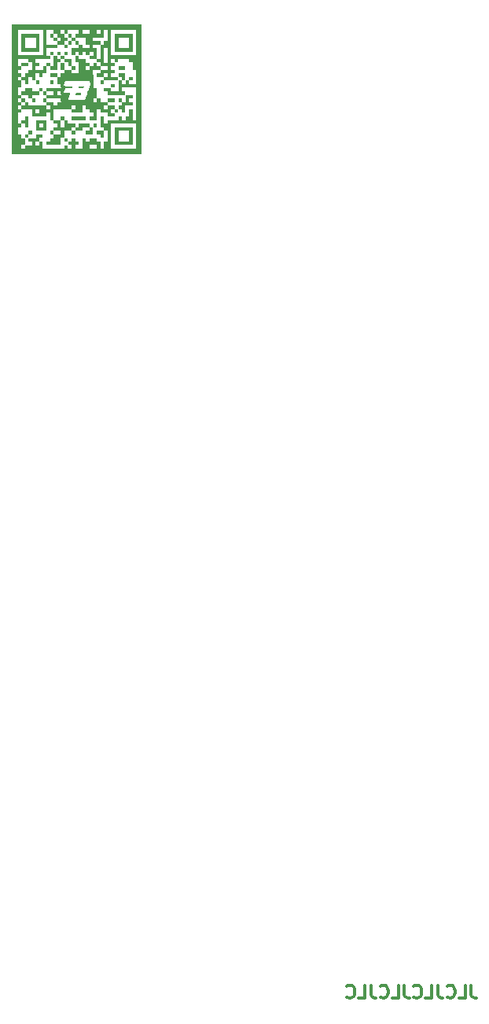
<source format=gbr>
%TF.GenerationSoftware,KiCad,Pcbnew,8.0.5*%
%TF.CreationDate,2025-01-06T13:55:56+00:00*%
%TF.ProjectId,Oric,4f726963-2e6b-4696-9361-645f70636258,rev?*%
%TF.SameCoordinates,Original*%
%TF.FileFunction,Legend,Bot*%
%TF.FilePolarity,Positive*%
%FSLAX46Y46*%
G04 Gerber Fmt 4.6, Leading zero omitted, Abs format (unit mm)*
G04 Created by KiCad (PCBNEW 8.0.5) date 2025-01-06 13:55:56*
%MOMM*%
%LPD*%
G01*
G04 APERTURE LIST*
%ADD10C,0.300000*%
%ADD11C,0.000000*%
G04 APERTURE END LIST*
D10*
X244669298Y-156988066D02*
X244669298Y-157988066D01*
X244669298Y-157988066D02*
X244735965Y-158188066D01*
X244735965Y-158188066D02*
X244869298Y-158321400D01*
X244869298Y-158321400D02*
X245069298Y-158388066D01*
X245069298Y-158388066D02*
X245202632Y-158388066D01*
X243335965Y-158388066D02*
X244002631Y-158388066D01*
X244002631Y-158388066D02*
X244002631Y-156988066D01*
X242069298Y-158254733D02*
X242135965Y-158321400D01*
X242135965Y-158321400D02*
X242335965Y-158388066D01*
X242335965Y-158388066D02*
X242469298Y-158388066D01*
X242469298Y-158388066D02*
X242669298Y-158321400D01*
X242669298Y-158321400D02*
X242802632Y-158188066D01*
X242802632Y-158188066D02*
X242869298Y-158054733D01*
X242869298Y-158054733D02*
X242935965Y-157788066D01*
X242935965Y-157788066D02*
X242935965Y-157588066D01*
X242935965Y-157588066D02*
X242869298Y-157321400D01*
X242869298Y-157321400D02*
X242802632Y-157188066D01*
X242802632Y-157188066D02*
X242669298Y-157054733D01*
X242669298Y-157054733D02*
X242469298Y-156988066D01*
X242469298Y-156988066D02*
X242335965Y-156988066D01*
X242335965Y-156988066D02*
X242135965Y-157054733D01*
X242135965Y-157054733D02*
X242069298Y-157121400D01*
X241069298Y-156988066D02*
X241069298Y-157988066D01*
X241069298Y-157988066D02*
X241135965Y-158188066D01*
X241135965Y-158188066D02*
X241269298Y-158321400D01*
X241269298Y-158321400D02*
X241469298Y-158388066D01*
X241469298Y-158388066D02*
X241602632Y-158388066D01*
X239735965Y-158388066D02*
X240402631Y-158388066D01*
X240402631Y-158388066D02*
X240402631Y-156988066D01*
X238469298Y-158254733D02*
X238535965Y-158321400D01*
X238535965Y-158321400D02*
X238735965Y-158388066D01*
X238735965Y-158388066D02*
X238869298Y-158388066D01*
X238869298Y-158388066D02*
X239069298Y-158321400D01*
X239069298Y-158321400D02*
X239202632Y-158188066D01*
X239202632Y-158188066D02*
X239269298Y-158054733D01*
X239269298Y-158054733D02*
X239335965Y-157788066D01*
X239335965Y-157788066D02*
X239335965Y-157588066D01*
X239335965Y-157588066D02*
X239269298Y-157321400D01*
X239269298Y-157321400D02*
X239202632Y-157188066D01*
X239202632Y-157188066D02*
X239069298Y-157054733D01*
X239069298Y-157054733D02*
X238869298Y-156988066D01*
X238869298Y-156988066D02*
X238735965Y-156988066D01*
X238735965Y-156988066D02*
X238535965Y-157054733D01*
X238535965Y-157054733D02*
X238469298Y-157121400D01*
X237469298Y-156988066D02*
X237469298Y-157988066D01*
X237469298Y-157988066D02*
X237535965Y-158188066D01*
X237535965Y-158188066D02*
X237669298Y-158321400D01*
X237669298Y-158321400D02*
X237869298Y-158388066D01*
X237869298Y-158388066D02*
X238002632Y-158388066D01*
X236135965Y-158388066D02*
X236802631Y-158388066D01*
X236802631Y-158388066D02*
X236802631Y-156988066D01*
X234869298Y-158254733D02*
X234935965Y-158321400D01*
X234935965Y-158321400D02*
X235135965Y-158388066D01*
X235135965Y-158388066D02*
X235269298Y-158388066D01*
X235269298Y-158388066D02*
X235469298Y-158321400D01*
X235469298Y-158321400D02*
X235602632Y-158188066D01*
X235602632Y-158188066D02*
X235669298Y-158054733D01*
X235669298Y-158054733D02*
X235735965Y-157788066D01*
X235735965Y-157788066D02*
X235735965Y-157588066D01*
X235735965Y-157588066D02*
X235669298Y-157321400D01*
X235669298Y-157321400D02*
X235602632Y-157188066D01*
X235602632Y-157188066D02*
X235469298Y-157054733D01*
X235469298Y-157054733D02*
X235269298Y-156988066D01*
X235269298Y-156988066D02*
X235135965Y-156988066D01*
X235135965Y-156988066D02*
X234935965Y-157054733D01*
X234935965Y-157054733D02*
X234869298Y-157121400D01*
X233869298Y-156988066D02*
X233869298Y-157988066D01*
X233869298Y-157988066D02*
X233935965Y-158188066D01*
X233935965Y-158188066D02*
X234069298Y-158321400D01*
X234069298Y-158321400D02*
X234269298Y-158388066D01*
X234269298Y-158388066D02*
X234402632Y-158388066D01*
X232535965Y-158388066D02*
X233202631Y-158388066D01*
X233202631Y-158388066D02*
X233202631Y-156988066D01*
X231269298Y-158254733D02*
X231335965Y-158321400D01*
X231335965Y-158321400D02*
X231535965Y-158388066D01*
X231535965Y-158388066D02*
X231669298Y-158388066D01*
X231669298Y-158388066D02*
X231869298Y-158321400D01*
X231869298Y-158321400D02*
X232002632Y-158188066D01*
X232002632Y-158188066D02*
X232069298Y-158054733D01*
X232069298Y-158054733D02*
X232135965Y-157788066D01*
X232135965Y-157788066D02*
X232135965Y-157588066D01*
X232135965Y-157588066D02*
X232069298Y-157321400D01*
X232069298Y-157321400D02*
X232002632Y-157188066D01*
X232002632Y-157188066D02*
X231869298Y-157054733D01*
X231869298Y-157054733D02*
X231669298Y-156988066D01*
X231669298Y-156988066D02*
X231535965Y-156988066D01*
X231535965Y-156988066D02*
X231335965Y-157054733D01*
X231335965Y-157054733D02*
X231269298Y-157121400D01*
D11*
%TO.C,G3*%
G36*
X209170234Y-60540000D02*
G01*
X209170234Y-63854335D01*
X209170234Y-64225898D01*
X209170234Y-67510509D01*
X202170000Y-67510509D01*
X195169766Y-67510509D01*
X195169766Y-60540000D01*
X195169766Y-57270251D01*
X195823716Y-57270251D01*
X195823716Y-57664107D01*
X195823716Y-58057963D01*
X196016928Y-58057963D01*
X196210141Y-58057963D01*
X196210141Y-58243744D01*
X196210141Y-58429526D01*
X196016928Y-58429526D01*
X195823716Y-58429526D01*
X195823716Y-58630169D01*
X195823716Y-58830813D01*
X196016928Y-58830813D01*
X196210141Y-58830813D01*
X196210141Y-59016594D01*
X196210141Y-59202375D01*
X196016928Y-59202375D01*
X195823716Y-59202375D01*
X195823716Y-59403019D01*
X195823716Y-59603663D01*
X196016928Y-59603663D01*
X196210141Y-59603663D01*
X196210141Y-59982656D01*
X196210141Y-60361650D01*
X196016928Y-60361650D01*
X195823716Y-60361650D01*
X195823716Y-60755506D01*
X195823716Y-61149362D01*
X196016928Y-61149362D01*
X196210141Y-61149362D01*
X196210141Y-61335143D01*
X196210141Y-61520924D01*
X196016928Y-61520924D01*
X195823716Y-61520924D01*
X195823716Y-61721568D01*
X195823716Y-61922211D01*
X196016928Y-61922211D01*
X196210141Y-61922211D01*
X196210141Y-62107993D01*
X196210141Y-62293774D01*
X196016928Y-62293774D01*
X195823716Y-62293774D01*
X195823716Y-62494417D01*
X195823716Y-62695061D01*
X196016928Y-62695061D01*
X196210141Y-62695061D01*
X196210141Y-62880842D01*
X196210141Y-63066623D01*
X196016928Y-63066623D01*
X195823716Y-63066623D01*
X195823716Y-63653692D01*
X195823716Y-64240760D01*
X196016928Y-64240760D01*
X196210141Y-64240760D01*
X196210141Y-64426541D01*
X196210141Y-64612323D01*
X196016928Y-64612323D01*
X195823716Y-64612323D01*
X195823716Y-65006179D01*
X195823716Y-65400035D01*
X196016928Y-65400035D01*
X196210141Y-65400035D01*
X196210141Y-65593247D01*
X196210141Y-65786459D01*
X196403353Y-65786459D01*
X196596566Y-65786459D01*
X196596566Y-66165453D01*
X196596566Y-66544447D01*
X196403353Y-66544447D01*
X196210141Y-66544447D01*
X196210141Y-66745090D01*
X196210141Y-66945734D01*
X196410785Y-66945734D01*
X196611428Y-66945734D01*
X196611428Y-66752522D01*
X196611428Y-66559309D01*
X196997853Y-66559309D01*
X197384278Y-66559309D01*
X197384278Y-66358665D01*
X197384278Y-66158022D01*
X197191065Y-66158022D01*
X196997853Y-66158022D01*
X196997853Y-65972241D01*
X196997853Y-65786459D01*
X197384278Y-65786459D01*
X197770703Y-65786459D01*
X197770703Y-65593247D01*
X197770703Y-65400035D01*
X198149696Y-65400035D01*
X198528690Y-65400035D01*
X198528690Y-65585816D01*
X198528690Y-65771597D01*
X198335477Y-65771597D01*
X198142265Y-65771597D01*
X198142265Y-65964809D01*
X198142265Y-66158022D01*
X197949053Y-66158022D01*
X197755840Y-66158022D01*
X197755840Y-66358665D01*
X197755840Y-66559309D01*
X197956484Y-66559309D01*
X198157127Y-66559309D01*
X198157127Y-66366097D01*
X198157127Y-66172884D01*
X198342909Y-66172884D01*
X198528690Y-66172884D01*
X198528690Y-66559309D01*
X198528690Y-66945734D01*
X199695395Y-66945734D01*
X200862101Y-66945734D01*
X200862101Y-66752522D01*
X200862101Y-66559309D01*
X201047882Y-66559309D01*
X201233663Y-66559309D01*
X201233663Y-66752522D01*
X201233663Y-66945734D01*
X201434307Y-66945734D01*
X201634951Y-66945734D01*
X201634951Y-66745090D01*
X201634951Y-66544447D01*
X201441738Y-66544447D01*
X201248526Y-66544447D01*
X201248526Y-66358665D01*
X201248526Y-66172884D01*
X201441738Y-66172884D01*
X201634951Y-66172884D01*
X201634951Y-65979672D01*
X201634951Y-65786459D01*
X201820732Y-65786459D01*
X202006513Y-65786459D01*
X202006513Y-65979672D01*
X202006513Y-66172884D01*
X202199725Y-66172884D01*
X202392938Y-66172884D01*
X202392938Y-66358665D01*
X202392938Y-66544447D01*
X202199725Y-66544447D01*
X202006513Y-66544447D01*
X202006513Y-66745090D01*
X202006513Y-66945734D01*
X202400369Y-66945734D01*
X202794225Y-66945734D01*
X202794225Y-66544447D01*
X203552212Y-66544447D01*
X203552212Y-66745090D01*
X203552212Y-66945734D01*
X203946068Y-66945734D01*
X204339924Y-66945734D01*
X204339924Y-66745090D01*
X204339924Y-66544447D01*
X203946068Y-66544447D01*
X203552212Y-66544447D01*
X202794225Y-66544447D01*
X202794225Y-66366097D01*
X202794225Y-65786459D01*
X202980006Y-65786459D01*
X203165787Y-65786459D01*
X203165787Y-65979672D01*
X203165787Y-66172884D01*
X203366431Y-66172884D01*
X203567075Y-66172884D01*
X203567075Y-65979672D01*
X203567075Y-65786459D01*
X203946068Y-65786459D01*
X204325062Y-65786459D01*
X204325062Y-65979672D01*
X204325062Y-66172884D01*
X204518274Y-66172884D01*
X204711487Y-66172884D01*
X204711487Y-66544447D01*
X204711487Y-66559309D01*
X204711487Y-66945734D01*
X204912130Y-66945734D01*
X205112774Y-66945734D01*
X205112774Y-66559309D01*
X205112774Y-66172884D01*
X205305986Y-66172884D01*
X205499199Y-66172884D01*
X205499199Y-65585816D01*
X205499199Y-64998747D01*
X205305986Y-64998747D01*
X205112774Y-64998747D01*
X205112774Y-64805535D01*
X205112774Y-64612323D01*
X204919562Y-64612323D01*
X204726349Y-64612323D01*
X204726349Y-64040117D01*
X204726349Y-63467911D01*
X204912130Y-63467911D01*
X205097912Y-63467911D01*
X205097912Y-63854335D01*
X205097912Y-64240760D01*
X205298555Y-64240760D01*
X205499199Y-64240760D01*
X205499199Y-64225898D01*
X205885624Y-64225898D01*
X205885624Y-65578385D01*
X205885624Y-66930871D01*
X207238110Y-66930871D01*
X208590597Y-66930871D01*
X208590597Y-65578385D01*
X208590597Y-64225898D01*
X207238110Y-64225898D01*
X205885624Y-64225898D01*
X205499199Y-64225898D01*
X205499199Y-64047548D01*
X205499199Y-63854335D01*
X206078836Y-63854335D01*
X206658473Y-63854335D01*
X206658473Y-63661123D01*
X206658473Y-63467911D01*
X206844254Y-63467911D01*
X207030036Y-63467911D01*
X207030036Y-63661123D01*
X207030036Y-63854335D01*
X207230679Y-63854335D01*
X207431323Y-63854335D01*
X207431323Y-63661123D01*
X207431323Y-63467911D01*
X207624535Y-63467911D01*
X207817748Y-63467911D01*
X207817748Y-63081486D01*
X207817748Y-62695061D01*
X208003529Y-62695061D01*
X208189310Y-62695061D01*
X208189310Y-63274698D01*
X208189310Y-63854335D01*
X208389954Y-63854335D01*
X208590597Y-63854335D01*
X208590597Y-62107993D01*
X208590597Y-60361650D01*
X207810316Y-60361650D01*
X207030036Y-60361650D01*
X207030036Y-60562293D01*
X207030036Y-60762937D01*
X207223248Y-60762937D01*
X207416460Y-60762937D01*
X207416460Y-60948718D01*
X207416460Y-61134499D01*
X206457830Y-61134499D01*
X205499199Y-61134499D01*
X205499199Y-60941287D01*
X205499199Y-60748074D01*
X205305986Y-60748074D01*
X205112774Y-60748074D01*
X205112774Y-60562293D01*
X205112774Y-60376512D01*
X205491768Y-60376512D01*
X205870761Y-60376512D01*
X205870761Y-60569725D01*
X205870761Y-60762937D01*
X206264617Y-60762937D01*
X206658473Y-60762937D01*
X206658473Y-60183300D01*
X206658473Y-59603663D01*
X206844254Y-59603663D01*
X207030036Y-59603663D01*
X207030036Y-59796875D01*
X207030036Y-59990087D01*
X207230679Y-59990087D01*
X207431323Y-59990087D01*
X207431323Y-59796875D01*
X207431323Y-59603663D01*
X207617104Y-59603663D01*
X207802885Y-59603663D01*
X207802885Y-59796875D01*
X207802885Y-59990087D01*
X208196741Y-59990087D01*
X208590597Y-59990087D01*
X208590597Y-59209806D01*
X208590597Y-58429526D01*
X208397385Y-58429526D01*
X208204172Y-58429526D01*
X208204172Y-58043101D01*
X208204172Y-57656676D01*
X208010960Y-57656676D01*
X207817748Y-57656676D01*
X207817748Y-57463464D01*
X207817748Y-57270251D01*
X207230679Y-57270251D01*
X206643611Y-57270251D01*
X206643611Y-57463464D01*
X206643611Y-57656676D01*
X206457830Y-57656676D01*
X206272048Y-57656676D01*
X206272048Y-57463464D01*
X206272048Y-57270251D01*
X206071405Y-57270251D01*
X205870761Y-57270251D01*
X205870761Y-57470895D01*
X205870761Y-57671538D01*
X206063974Y-57671538D01*
X206257186Y-57671538D01*
X206257186Y-57857320D01*
X206257186Y-58043101D01*
X206063974Y-58043101D01*
X205870761Y-58043101D01*
X205870761Y-58243744D01*
X205870761Y-58444388D01*
X206063974Y-58444388D01*
X206257186Y-58444388D01*
X206257186Y-58630169D01*
X206257186Y-58815950D01*
X206063974Y-58815950D01*
X205870761Y-58815950D01*
X205870761Y-59016594D01*
X205870761Y-59217238D01*
X206257186Y-59217238D01*
X206643611Y-59217238D01*
X206643611Y-59403019D01*
X206643611Y-59588800D01*
X205878192Y-59588800D01*
X205112774Y-59588800D01*
X205112774Y-59403019D01*
X205112774Y-59217238D01*
X205305986Y-59217238D01*
X205499199Y-59217238D01*
X205499199Y-59016594D01*
X205499199Y-58815950D01*
X205298555Y-58815950D01*
X205097912Y-58815950D01*
X205097912Y-59009163D01*
X205097912Y-59202375D01*
X204718918Y-59202375D01*
X204339924Y-59202375D01*
X204339924Y-59016594D01*
X204339924Y-58830813D01*
X204533137Y-58830813D01*
X204726349Y-58830813D01*
X204726349Y-58637601D01*
X204726349Y-58444388D01*
X205112774Y-58444388D01*
X205499199Y-58444388D01*
X205499199Y-58243744D01*
X205499199Y-58043101D01*
X205112774Y-58043101D01*
X204726349Y-58043101D01*
X204726349Y-57849888D01*
X204726349Y-57656676D01*
X204533137Y-57656676D01*
X204339924Y-57656676D01*
X204339924Y-57470895D01*
X204339924Y-57285114D01*
X204533137Y-57285114D01*
X204726349Y-57285114D01*
X204726349Y-56512264D01*
X204726349Y-56110977D01*
X205097912Y-56110977D01*
X205097912Y-56891258D01*
X205097912Y-57671538D01*
X205298555Y-57671538D01*
X205499199Y-57671538D01*
X205499199Y-56891258D01*
X205499199Y-56883826D01*
X205885624Y-56883826D01*
X207238110Y-56883826D01*
X208590597Y-56883826D01*
X208590597Y-55531340D01*
X208590597Y-54178853D01*
X207238110Y-54178853D01*
X205885624Y-54178853D01*
X205885624Y-55531340D01*
X205885624Y-56110977D01*
X205885624Y-56883826D01*
X205499199Y-56883826D01*
X205499199Y-56110977D01*
X205298555Y-56110977D01*
X205097912Y-56110977D01*
X204726349Y-56110977D01*
X204726349Y-55739414D01*
X204919562Y-55739414D01*
X205112774Y-55739414D01*
X205112774Y-55546202D01*
X205112774Y-55352990D01*
X205305986Y-55352990D01*
X205499199Y-55352990D01*
X205499199Y-54765921D01*
X205499199Y-54178853D01*
X205298555Y-54178853D01*
X205097912Y-54178853D01*
X205097912Y-54565278D01*
X205097912Y-54951702D01*
X204518274Y-54951702D01*
X203938637Y-54951702D01*
X203938637Y-55152346D01*
X203938637Y-55352990D01*
X204325062Y-55352990D01*
X204711487Y-55352990D01*
X204711487Y-55538771D01*
X204711487Y-55724552D01*
X204325062Y-55724552D01*
X203938637Y-55724552D01*
X203938637Y-55925196D01*
X203938637Y-56125839D01*
X204131849Y-56125839D01*
X204325062Y-56125839D01*
X204325062Y-56698045D01*
X204325062Y-57270251D01*
X203946068Y-57270251D01*
X203567075Y-57270251D01*
X203567075Y-57084470D01*
X203567075Y-56898689D01*
X203760287Y-56898689D01*
X203953500Y-56898689D01*
X203953500Y-56698045D01*
X203953500Y-56497402D01*
X203752856Y-56497402D01*
X203552212Y-56497402D01*
X203552212Y-56690614D01*
X203552212Y-56883826D01*
X203366431Y-56883826D01*
X203180650Y-56883826D01*
X203180650Y-56690614D01*
X203180650Y-56497402D01*
X202980006Y-56497402D01*
X202779363Y-56497402D01*
X202779363Y-56690614D01*
X202779363Y-56883826D01*
X202593581Y-56883826D01*
X202407800Y-56883826D01*
X202407800Y-56690614D01*
X202407800Y-56497402D01*
X202207157Y-56497402D01*
X202006513Y-56497402D01*
X202006513Y-56690614D01*
X202006513Y-56883826D01*
X201820732Y-56883826D01*
X201634951Y-56883826D01*
X201634951Y-56504833D01*
X201634951Y-56125839D01*
X202021376Y-56125839D01*
X202407800Y-56125839D01*
X202407800Y-55932627D01*
X202407800Y-55739414D01*
X202593581Y-55739414D01*
X202779363Y-55739414D01*
X202779363Y-55932627D01*
X202779363Y-56125839D01*
X203173219Y-56125839D01*
X203567075Y-56125839D01*
X203567075Y-55925196D01*
X203567075Y-55724552D01*
X203373862Y-55724552D01*
X203180650Y-55724552D01*
X203180650Y-55338127D01*
X203180650Y-54951702D01*
X202601013Y-54951702D01*
X202021376Y-54951702D01*
X202021376Y-54765921D01*
X202021376Y-54580140D01*
X202214588Y-54580140D01*
X202407800Y-54580140D01*
X202407800Y-54379496D01*
X202779363Y-54379496D01*
X202779363Y-54580140D01*
X203173219Y-54580140D01*
X203567075Y-54580140D01*
X203567075Y-54379496D01*
X204325062Y-54379496D01*
X204325062Y-54580140D01*
X204525706Y-54580140D01*
X204726349Y-54580140D01*
X204726349Y-54379496D01*
X204726349Y-54178853D01*
X204525706Y-54178853D01*
X204325062Y-54178853D01*
X204325062Y-54379496D01*
X203567075Y-54379496D01*
X203567075Y-54178853D01*
X203173219Y-54178853D01*
X202779363Y-54178853D01*
X202779363Y-54379496D01*
X202407800Y-54379496D01*
X202407800Y-54178853D01*
X201820732Y-54178853D01*
X201233663Y-54178853D01*
X201233663Y-54372065D01*
X201233663Y-54565278D01*
X201047882Y-54565278D01*
X200862101Y-54565278D01*
X200862101Y-54372065D01*
X200862101Y-54178853D01*
X200661457Y-54178853D01*
X200460814Y-54178853D01*
X200460814Y-54379496D01*
X200460814Y-54580140D01*
X200654026Y-54580140D01*
X200847239Y-54580140D01*
X200847239Y-54773352D01*
X200847239Y-54966565D01*
X201040451Y-54966565D01*
X201233663Y-54966565D01*
X201233663Y-55152346D01*
X201233663Y-55338127D01*
X201040451Y-55338127D01*
X200847239Y-55338127D01*
X200847239Y-55531340D01*
X200847239Y-55724552D01*
X200468245Y-55724552D01*
X200089251Y-55724552D01*
X200089251Y-55538771D01*
X200089251Y-55352990D01*
X200282464Y-55352990D01*
X200475676Y-55352990D01*
X200475676Y-55152346D01*
X200475676Y-54951702D01*
X200282464Y-54951702D01*
X200089251Y-54951702D01*
X200089251Y-54758490D01*
X200089251Y-54565278D01*
X199896039Y-54565278D01*
X199702827Y-54565278D01*
X199702827Y-54372065D01*
X199702827Y-54178853D01*
X199308971Y-54178853D01*
X198915115Y-54178853D01*
X198915115Y-54959134D01*
X198915115Y-55739414D01*
X199494752Y-55739414D01*
X200074389Y-55739414D01*
X200074389Y-55925196D01*
X200074389Y-56110977D01*
X199494752Y-56110977D01*
X198915115Y-56110977D01*
X198915115Y-56504833D01*
X198915115Y-56898689D01*
X199108327Y-56898689D01*
X199301539Y-56898689D01*
X199301539Y-57084470D01*
X199301539Y-57270251D01*
X198528690Y-57270251D01*
X197755840Y-57270251D01*
X197755840Y-57470895D01*
X197755840Y-57671538D01*
X197949053Y-57671538D01*
X198142265Y-57671538D01*
X198142265Y-57857320D01*
X198142265Y-58043101D01*
X197949053Y-58043101D01*
X197755840Y-58043101D01*
X197755840Y-58243744D01*
X197755840Y-58444388D01*
X198149696Y-58444388D01*
X198543552Y-58444388D01*
X198543552Y-58251176D01*
X198543552Y-58057963D01*
X198729333Y-58057963D01*
X198915115Y-58057963D01*
X198915115Y-58436957D01*
X198915115Y-58815950D01*
X198721902Y-58815950D01*
X198528690Y-58815950D01*
X198528690Y-59009163D01*
X198528690Y-59202375D01*
X198342909Y-59202375D01*
X198157127Y-59202375D01*
X198157127Y-59009163D01*
X198157127Y-58815950D01*
X197956484Y-58815950D01*
X197755840Y-58815950D01*
X197755840Y-59202375D01*
X197755840Y-59588800D01*
X197570059Y-59588800D01*
X197384278Y-59588800D01*
X197384278Y-59395588D01*
X197384278Y-59202375D01*
X197183634Y-59202375D01*
X196982990Y-59202375D01*
X196982990Y-59588800D01*
X196982990Y-59975225D01*
X196797209Y-59975225D01*
X196611428Y-59975225D01*
X196611428Y-59782012D01*
X196611428Y-59588800D01*
X196418216Y-59588800D01*
X196225003Y-59588800D01*
X196225003Y-59403019D01*
X196225003Y-59217238D01*
X196418216Y-59217238D01*
X196611428Y-59217238D01*
X196611428Y-59024025D01*
X196611428Y-58830813D01*
X196804641Y-58830813D01*
X196997853Y-58830813D01*
X196997853Y-58637601D01*
X196997853Y-58444388D01*
X197191065Y-58444388D01*
X197384278Y-58444388D01*
X197384278Y-58050532D01*
X197384278Y-57656676D01*
X197191065Y-57656676D01*
X196997853Y-57656676D01*
X196997853Y-57463464D01*
X196997853Y-57270251D01*
X196410785Y-57270251D01*
X195823716Y-57270251D01*
X195169766Y-57270251D01*
X195169766Y-55531340D01*
X195838579Y-55531340D01*
X195838579Y-56883826D01*
X197191065Y-56883826D01*
X198543552Y-56883826D01*
X198543552Y-55531340D01*
X198543552Y-54178853D01*
X197191065Y-54178853D01*
X195838579Y-54178853D01*
X195838579Y-55531340D01*
X195169766Y-55531340D01*
X195169766Y-53569491D01*
X202170000Y-53569491D01*
X209170234Y-53569491D01*
X209170234Y-54178853D01*
X209170234Y-60540000D01*
G37*
G36*
X200460814Y-64240760D02*
G01*
X200460814Y-64627185D01*
X200661457Y-64627185D01*
X200862101Y-64627185D01*
X200862101Y-64240760D01*
X200862101Y-63854335D01*
X201047882Y-63854335D01*
X201233663Y-63854335D01*
X201233663Y-64047548D01*
X201233663Y-64240760D01*
X201620088Y-64240760D01*
X202006513Y-64240760D01*
X202006513Y-64426541D01*
X202006513Y-64612323D01*
X201813301Y-64612323D01*
X201620088Y-64612323D01*
X201620088Y-64805535D01*
X201620088Y-64998747D01*
X201233663Y-64998747D01*
X200847239Y-64998747D01*
X200847239Y-65385172D01*
X200847239Y-65771597D01*
X200654026Y-65771597D01*
X200460814Y-65771597D01*
X200460814Y-66158022D01*
X200460814Y-66544447D01*
X199695395Y-66544447D01*
X198929977Y-66544447D01*
X198929977Y-66358665D01*
X198929977Y-66172884D01*
X199123189Y-66172884D01*
X199316402Y-66172884D01*
X199316402Y-65979672D01*
X199316402Y-65786459D01*
X199509614Y-65786459D01*
X199702827Y-65786459D01*
X199702827Y-65593247D01*
X199702827Y-65400035D01*
X200089251Y-65400035D01*
X200475676Y-65400035D01*
X200475676Y-65199391D01*
X200475676Y-64998747D01*
X200089251Y-64998747D01*
X199702827Y-64998747D01*
X199702827Y-64812966D01*
X199702827Y-64627185D01*
X199896039Y-64627185D01*
X200089251Y-64627185D01*
X200089251Y-64426541D01*
X200089251Y-64225898D01*
X199896039Y-64225898D01*
X199702827Y-64225898D01*
X199702827Y-64040117D01*
X199702827Y-63854335D01*
X200081820Y-63854335D01*
X200460814Y-63854335D01*
X200460814Y-64240760D01*
G37*
G36*
X201233663Y-65972241D02*
G01*
X201233663Y-66158022D01*
X201047882Y-66158022D01*
X200862101Y-66158022D01*
X200862101Y-65972241D01*
X200862101Y-65786459D01*
X201047882Y-65786459D01*
X201233663Y-65786459D01*
X201233663Y-65972241D01*
G37*
G36*
X205097912Y-65392603D02*
G01*
X205097912Y-65771597D01*
X204912130Y-65771597D01*
X204726349Y-65771597D01*
X204726349Y-65578385D01*
X204726349Y-65385172D01*
X204533137Y-65385172D01*
X204339924Y-65385172D01*
X204339924Y-65199391D01*
X204339924Y-65013610D01*
X204718918Y-65013610D01*
X205097912Y-65013610D01*
X205097912Y-65392603D01*
G37*
G36*
X196982990Y-65585816D02*
G01*
X196982990Y-65771597D01*
X196797209Y-65771597D01*
X196611428Y-65771597D01*
X196611428Y-65585816D01*
X196611428Y-65400035D01*
X196797209Y-65400035D01*
X196982990Y-65400035D01*
X196982990Y-65585816D01*
G37*
G36*
X203938637Y-65006179D02*
G01*
X203938637Y-65385172D01*
X203559644Y-65385172D01*
X203180650Y-65385172D01*
X203180650Y-65199391D01*
X203180650Y-65013610D01*
X203373862Y-65013610D01*
X203567075Y-65013610D01*
X203567075Y-64820397D01*
X203567075Y-64627185D01*
X203752856Y-64627185D01*
X203938637Y-64627185D01*
X203938637Y-65006179D01*
G37*
G36*
X202006513Y-65199391D02*
G01*
X202006513Y-65385172D01*
X201820732Y-65385172D01*
X201634951Y-65385172D01*
X201634951Y-65199391D01*
X201634951Y-65013610D01*
X201820732Y-65013610D01*
X202006513Y-65013610D01*
X202006513Y-65199391D01*
G37*
G36*
X199687964Y-65199391D02*
G01*
X199687964Y-65385172D01*
X199502183Y-65385172D01*
X199316402Y-65385172D01*
X199316402Y-65199391D01*
X199316402Y-65013610D01*
X199502183Y-65013610D01*
X199687964Y-65013610D01*
X199687964Y-65199391D01*
G37*
G36*
X197369415Y-65199391D02*
G01*
X197369415Y-65385172D01*
X197183634Y-65385172D01*
X196997853Y-65385172D01*
X196997853Y-65199391D01*
X196997853Y-65013610D01*
X197183634Y-65013610D01*
X197369415Y-65013610D01*
X197369415Y-65199391D01*
G37*
G36*
X203552212Y-64426541D02*
G01*
X203552212Y-64612323D01*
X203165787Y-64612323D01*
X202779363Y-64612323D01*
X202779363Y-64805535D01*
X202779363Y-64998747D01*
X202400369Y-64998747D01*
X202021376Y-64998747D01*
X202021376Y-64812966D01*
X202021376Y-64627185D01*
X202214588Y-64627185D01*
X202407800Y-64627185D01*
X202407800Y-64433973D01*
X202407800Y-64240760D01*
X202980006Y-64240760D01*
X203552212Y-64240760D01*
X203552212Y-64426541D01*
G37*
G36*
X198915115Y-64426541D02*
G01*
X198915115Y-64998747D01*
X198342909Y-64998747D01*
X197770703Y-64998747D01*
X197770703Y-64426541D01*
X197770703Y-64225898D01*
X198142265Y-64225898D01*
X198142265Y-64426541D01*
X198142265Y-64627185D01*
X198342909Y-64627185D01*
X198543552Y-64627185D01*
X198543552Y-64426541D01*
X198543552Y-64225898D01*
X198342909Y-64225898D01*
X198142265Y-64225898D01*
X197770703Y-64225898D01*
X197770703Y-63854335D01*
X198342909Y-63854335D01*
X198915115Y-63854335D01*
X198915115Y-64225898D01*
X198915115Y-64426541D01*
G37*
G36*
X204325062Y-64426541D02*
G01*
X204325062Y-64612323D01*
X204139281Y-64612323D01*
X203953500Y-64612323D01*
X203953500Y-64426541D01*
X203953500Y-64240760D01*
X204139281Y-64240760D01*
X204325062Y-64240760D01*
X204325062Y-64426541D01*
G37*
G36*
X196982990Y-64040117D02*
G01*
X196982990Y-64612323D01*
X196797209Y-64612323D01*
X196611428Y-64612323D01*
X196611428Y-64419110D01*
X196611428Y-64225898D01*
X196418216Y-64225898D01*
X196225003Y-64225898D01*
X196225003Y-64040117D01*
X196225003Y-63854335D01*
X196418216Y-63854335D01*
X196611428Y-63854335D01*
X196611428Y-63661123D01*
X196611428Y-63467911D01*
X196797209Y-63467911D01*
X196982990Y-63467911D01*
X196982990Y-64040117D01*
G37*
G36*
X203953500Y-60376512D02*
G01*
X204139281Y-60376512D01*
X204325062Y-60376512D01*
X204325062Y-60948718D01*
X204325062Y-61520924D01*
X204139281Y-61520924D01*
X203953500Y-61520924D01*
X203953500Y-61721568D01*
X203953500Y-61922211D01*
X204146712Y-61922211D01*
X204339924Y-61922211D01*
X204339924Y-61728999D01*
X204339924Y-61535787D01*
X204525706Y-61535787D01*
X204711487Y-61535787D01*
X204711487Y-61728999D01*
X204711487Y-61922211D01*
X205097912Y-61922211D01*
X205484336Y-61922211D01*
X205484336Y-62107993D01*
X205484336Y-62293774D01*
X205291124Y-62293774D01*
X205097912Y-62293774D01*
X205097912Y-62494417D01*
X205097912Y-62695061D01*
X205298555Y-62695061D01*
X205499199Y-62695061D01*
X205499199Y-62501849D01*
X205499199Y-62308636D01*
X205878192Y-62308636D01*
X206257186Y-62308636D01*
X206257186Y-62494417D01*
X206257186Y-62680199D01*
X206063974Y-62680199D01*
X205870761Y-62680199D01*
X205870761Y-62880842D01*
X205870761Y-63081486D01*
X206063974Y-63081486D01*
X206257186Y-63081486D01*
X206257186Y-63267267D01*
X206257186Y-63453048D01*
X205878192Y-63453048D01*
X205499199Y-63453048D01*
X205499199Y-63259836D01*
X205499199Y-63066623D01*
X205112774Y-63066623D01*
X204726349Y-63066623D01*
X204726349Y-62873411D01*
X204726349Y-62680199D01*
X204525706Y-62680199D01*
X204325062Y-62680199D01*
X204325062Y-63259836D01*
X204325062Y-63839473D01*
X203946068Y-63839473D01*
X203567075Y-63839473D01*
X203567075Y-63653692D01*
X203567075Y-63467911D01*
X203760287Y-63467911D01*
X203953500Y-63467911D01*
X203953500Y-63267267D01*
X203953500Y-63066623D01*
X203760287Y-63066623D01*
X203567075Y-63066623D01*
X203567075Y-62873411D01*
X203567075Y-62680199D01*
X203374306Y-62680199D01*
X203181538Y-62680199D01*
X203177378Y-62490702D01*
X203173219Y-62301205D01*
X202976291Y-62297058D01*
X202779363Y-62292911D01*
X202779363Y-62679767D01*
X202779363Y-63066623D01*
X202207157Y-63066623D01*
X201634951Y-63066623D01*
X201634951Y-62880842D01*
X201634951Y-62695061D01*
X201828594Y-62695061D01*
X202022238Y-62695061D01*
X202018091Y-62498133D01*
X202013944Y-62301205D01*
X201817016Y-62297058D01*
X201620088Y-62292911D01*
X201620088Y-62486555D01*
X201620088Y-62680199D01*
X200654026Y-62680199D01*
X199687964Y-62680199D01*
X199687964Y-63259836D01*
X199687964Y-63839473D01*
X199502183Y-63839473D01*
X199316402Y-63839473D01*
X199316402Y-63453048D01*
X199316402Y-63066623D01*
X199115758Y-63066623D01*
X198915115Y-63066623D01*
X198915115Y-63259836D01*
X198915115Y-63453048D01*
X198149696Y-63453048D01*
X197384278Y-63453048D01*
X197384278Y-63066623D01*
X197384278Y-62680199D01*
X197755840Y-62680199D01*
X197755840Y-62880842D01*
X197755840Y-63081486D01*
X197956484Y-63081486D01*
X198157127Y-63081486D01*
X198157127Y-62880842D01*
X198157127Y-62680199D01*
X197956484Y-62680199D01*
X197755840Y-62680199D01*
X197384278Y-62680199D01*
X196804641Y-62680199D01*
X196225003Y-62680199D01*
X196225003Y-62494417D01*
X196225003Y-62308636D01*
X196418216Y-62308636D01*
X196611428Y-62308636D01*
X196611428Y-62115424D01*
X196611428Y-61922211D01*
X196797209Y-61922211D01*
X196982990Y-61922211D01*
X196982990Y-62115424D01*
X196982990Y-62308636D01*
X197949053Y-62308636D01*
X198915115Y-62308636D01*
X198915115Y-62501849D01*
X198915115Y-62680199D01*
X198915115Y-62695061D01*
X199115758Y-62695061D01*
X199316402Y-62695061D01*
X199316402Y-62494417D01*
X199316402Y-62293774D01*
X199123189Y-62293774D01*
X198929977Y-62293774D01*
X198929977Y-62107993D01*
X198929977Y-61922211D01*
X199308971Y-61922211D01*
X199687964Y-61922211D01*
X199687964Y-62115424D01*
X199687964Y-62308636D01*
X199888608Y-62308636D01*
X200089251Y-62308636D01*
X200089251Y-62115424D01*
X200089251Y-61922211D01*
X200282895Y-61922211D01*
X200476539Y-61922211D01*
X200472392Y-61725283D01*
X200468245Y-61528355D01*
X199699111Y-61524506D01*
X198929977Y-61520657D01*
X198929977Y-61335009D01*
X198929977Y-61149362D01*
X199316402Y-61149362D01*
X199702827Y-61149362D01*
X199702827Y-60948718D01*
X199702827Y-60748074D01*
X199316402Y-60748074D01*
X198929977Y-60748074D01*
X198929977Y-60747212D01*
X200074389Y-60747212D01*
X200074389Y-60948287D01*
X200074389Y-61149362D01*
X200275464Y-61149362D01*
X200476539Y-61149362D01*
X200472392Y-60952434D01*
X200470763Y-60875100D01*
X200767818Y-60875100D01*
X200768924Y-60877778D01*
X200780175Y-60893368D01*
X200800612Y-60905332D01*
X200833657Y-60914118D01*
X200882729Y-60920173D01*
X200951250Y-60923944D01*
X201042639Y-60925879D01*
X201160318Y-60926424D01*
X201190517Y-60926442D01*
X201280056Y-60926712D01*
X201357258Y-60927269D01*
X201417777Y-60928061D01*
X201457265Y-60929035D01*
X201471376Y-60930140D01*
X201469489Y-60936464D01*
X201459662Y-60967012D01*
X201442584Y-61019299D01*
X201419550Y-61089381D01*
X201399757Y-61149362D01*
X201391852Y-61173317D01*
X201360785Y-61267164D01*
X201325870Y-61373603D01*
X201297490Y-61463969D01*
X201278092Y-61532557D01*
X201267159Y-61582593D01*
X201264179Y-61617303D01*
X201268636Y-61639909D01*
X201280015Y-61653638D01*
X201297801Y-61661714D01*
X201308616Y-61663080D01*
X201347575Y-61665053D01*
X201410686Y-61666879D01*
X201494584Y-61668547D01*
X201595905Y-61670044D01*
X201711281Y-61671355D01*
X201837349Y-61672470D01*
X201970741Y-61673375D01*
X202108092Y-61674056D01*
X202246038Y-61674503D01*
X202381211Y-61674700D01*
X202510247Y-61674637D01*
X202629780Y-61674300D01*
X202736445Y-61673676D01*
X202826875Y-61672752D01*
X202897705Y-61671517D01*
X202945569Y-61669956D01*
X202967103Y-61668057D01*
X202972522Y-61666434D01*
X203008755Y-61650662D01*
X203041590Y-61625407D01*
X203072948Y-61587485D01*
X203104748Y-61533709D01*
X203138913Y-61460897D01*
X203177364Y-61365861D01*
X203222020Y-61245419D01*
X203248893Y-61170035D01*
X203284338Y-61065640D01*
X203309190Y-60983009D01*
X203323978Y-60918616D01*
X203329233Y-60868931D01*
X203325487Y-60830426D01*
X203313269Y-60799573D01*
X203293111Y-60772844D01*
X203256948Y-60733823D01*
X203312397Y-60718892D01*
X203315696Y-60717952D01*
X203364544Y-60695180D01*
X203405910Y-60662852D01*
X203422294Y-60636832D01*
X203446043Y-60586306D01*
X203474693Y-60517073D01*
X203506499Y-60434184D01*
X203539716Y-60342692D01*
X203572597Y-60247650D01*
X203603396Y-60154110D01*
X203630369Y-60067124D01*
X203651769Y-59991745D01*
X203665850Y-59933025D01*
X203670868Y-59896017D01*
X203669643Y-59874895D01*
X203649182Y-59801043D01*
X203608066Y-59734673D01*
X203552204Y-59686234D01*
X203545184Y-59682251D01*
X203534807Y-59677350D01*
X203521845Y-59673078D01*
X203504360Y-59669385D01*
X203480412Y-59666219D01*
X203448064Y-59663530D01*
X203405377Y-59661267D01*
X203350411Y-59659378D01*
X203281229Y-59657813D01*
X203195893Y-59656521D01*
X203092462Y-59655451D01*
X202969000Y-59654551D01*
X202823567Y-59653772D01*
X202654225Y-59653062D01*
X202459035Y-59652369D01*
X202236059Y-59651644D01*
X200971924Y-59647607D01*
X200939862Y-59681735D01*
X200936462Y-59686005D01*
X200918784Y-59717803D01*
X200895259Y-59769459D01*
X200868416Y-59834296D01*
X200840783Y-59905638D01*
X200814889Y-59976809D01*
X200793262Y-60041130D01*
X200778432Y-60091925D01*
X200772926Y-60122517D01*
X200778755Y-60144113D01*
X200800103Y-60173562D01*
X200800712Y-60174102D01*
X200812260Y-60181180D01*
X200831048Y-60186981D01*
X200860290Y-60191737D01*
X200903197Y-60195682D01*
X200962980Y-60199046D01*
X201042850Y-60202064D01*
X201146021Y-60204967D01*
X201275702Y-60207987D01*
X201319537Y-60208994D01*
X201428071Y-60211900D01*
X201524993Y-60215080D01*
X201606681Y-60218377D01*
X201669513Y-60221633D01*
X201709869Y-60224692D01*
X201724126Y-60227398D01*
X201720191Y-60243699D01*
X201708978Y-60280470D01*
X201693036Y-60329039D01*
X201661947Y-60421100D01*
X201317758Y-60421572D01*
X201241704Y-60421715D01*
X201143830Y-60422401D01*
X201069437Y-60424321D01*
X201014705Y-60428235D01*
X200975817Y-60434903D01*
X200948951Y-60445088D01*
X200930290Y-60459549D01*
X200916014Y-60479048D01*
X200902304Y-60504347D01*
X200877963Y-60555282D01*
X200850814Y-60618767D01*
X200824127Y-60686601D01*
X200800193Y-60752467D01*
X200781303Y-60810050D01*
X200769747Y-60853033D01*
X200767818Y-60875100D01*
X200470763Y-60875100D01*
X200468245Y-60755506D01*
X200271317Y-60751359D01*
X200074389Y-60747212D01*
X198929977Y-60747212D01*
X198929977Y-60562293D01*
X198929977Y-60376512D01*
X199703258Y-60376512D01*
X200476539Y-60376512D01*
X200472392Y-60179584D01*
X200468245Y-59982656D01*
X200278748Y-59978496D01*
X200089251Y-59974337D01*
X200089251Y-59595787D01*
X200089251Y-59217238D01*
X200282464Y-59217238D01*
X200475676Y-59217238D01*
X200475676Y-59016594D01*
X200475676Y-58815950D01*
X200668889Y-58815950D01*
X200862101Y-58815950D01*
X200862101Y-58630169D01*
X200862101Y-58444388D01*
X201241095Y-58444388D01*
X201620088Y-58444388D01*
X201620088Y-58630169D01*
X201620088Y-58815950D01*
X202013944Y-58815950D01*
X202407800Y-58815950D01*
X202407800Y-58236313D01*
X202407800Y-57656676D01*
X202214588Y-57656676D01*
X202021376Y-57656676D01*
X202021376Y-57277682D01*
X202021376Y-56898689D01*
X202207157Y-56898689D01*
X202392938Y-56898689D01*
X202392938Y-57091901D01*
X202392938Y-57285114D01*
X202779363Y-57285114D01*
X203165787Y-57285114D01*
X203165787Y-57478326D01*
X203165787Y-57671538D01*
X203359000Y-57671538D01*
X203552212Y-57671538D01*
X203552212Y-57857320D01*
X203552212Y-58043101D01*
X203359000Y-58043101D01*
X203165787Y-58043101D01*
X203165787Y-58243744D01*
X203165787Y-58444388D01*
X203366431Y-58444388D01*
X203567075Y-58444388D01*
X203567075Y-58251176D01*
X203567075Y-58057963D01*
X203760287Y-58057963D01*
X203953500Y-58057963D01*
X203953500Y-57864751D01*
X203953500Y-57671538D01*
X204139281Y-57671538D01*
X204325062Y-57671538D01*
X204325062Y-57864751D01*
X204325062Y-58057963D01*
X204518274Y-58057963D01*
X204711487Y-58057963D01*
X204711487Y-58243744D01*
X204711487Y-58429526D01*
X204322707Y-58429526D01*
X203933927Y-58429526D01*
X203943713Y-58721734D01*
X203944741Y-58756180D01*
X203946770Y-58847259D01*
X203948622Y-58960828D01*
X203950247Y-59092008D01*
X203951596Y-59235919D01*
X203952621Y-59387679D01*
X203953272Y-59542408D01*
X203953500Y-59695228D01*
X203953500Y-59896017D01*
X203953500Y-60376512D01*
G37*
G36*
X203165787Y-63653692D02*
G01*
X203165787Y-63839473D01*
X202400369Y-63839473D01*
X201634951Y-63839473D01*
X201634951Y-63653692D01*
X201634951Y-63467911D01*
X202400369Y-63467911D01*
X203165787Y-63467911D01*
X203165787Y-63653692D01*
G37*
G36*
X200847239Y-63653692D02*
G01*
X200847239Y-63839473D01*
X200661457Y-63839473D01*
X200475676Y-63839473D01*
X200475676Y-63653692D01*
X200475676Y-63467911D01*
X200661457Y-63467911D01*
X200847239Y-63467911D01*
X200847239Y-63653692D01*
G37*
G36*
X208189310Y-61335143D02*
G01*
X208189310Y-61520924D01*
X207996098Y-61520924D01*
X207802885Y-61520924D01*
X207802885Y-61721568D01*
X207802885Y-61922211D01*
X207996098Y-61922211D01*
X208189310Y-61922211D01*
X208189310Y-62107993D01*
X208189310Y-62293774D01*
X207802885Y-62293774D01*
X207416460Y-62293774D01*
X207416460Y-62680199D01*
X207416460Y-63066623D01*
X207230679Y-63066623D01*
X207044898Y-63066623D01*
X207044898Y-62873411D01*
X207044898Y-62680199D01*
X206851686Y-62680199D01*
X206658473Y-62680199D01*
X206658473Y-62494417D01*
X206658473Y-62308636D01*
X206851686Y-62308636D01*
X207044898Y-62308636D01*
X207044898Y-62115424D01*
X207044898Y-61922211D01*
X207238110Y-61922211D01*
X207431323Y-61922211D01*
X207431323Y-61535787D01*
X207431323Y-61149362D01*
X207810316Y-61149362D01*
X208189310Y-61149362D01*
X208189310Y-61335143D01*
G37*
G36*
X206643611Y-62880842D02*
G01*
X206643611Y-63066623D01*
X206457830Y-63066623D01*
X206272048Y-63066623D01*
X206272048Y-62880842D01*
X206272048Y-62695061D01*
X206457830Y-62695061D01*
X206643611Y-62695061D01*
X206643611Y-62880842D01*
G37*
G36*
X207030036Y-61721568D02*
G01*
X207030036Y-61907349D01*
X206844254Y-61907349D01*
X206658473Y-61907349D01*
X206658473Y-61721568D01*
X206658473Y-61535787D01*
X206844254Y-61535787D01*
X207030036Y-61535787D01*
X207030036Y-61721568D01*
G37*
G36*
X206257186Y-61721568D02*
G01*
X206257186Y-61907349D01*
X205878192Y-61907349D01*
X205499199Y-61907349D01*
X205499199Y-61721568D01*
X205499199Y-61535787D01*
X205878192Y-61535787D01*
X206257186Y-61535787D01*
X206257186Y-61721568D01*
G37*
G36*
X198915115Y-61721568D02*
G01*
X198915115Y-61907349D01*
X198729333Y-61907349D01*
X198543552Y-61907349D01*
X198543552Y-61721568D01*
X198543552Y-61535787D01*
X198729333Y-61535787D01*
X198915115Y-61535787D01*
X198915115Y-61721568D01*
G37*
G36*
X197755840Y-61721568D02*
G01*
X197755840Y-61907349D01*
X197570059Y-61907349D01*
X197384278Y-61907349D01*
X197384278Y-61721568D01*
X197384278Y-61535787D01*
X197570059Y-61535787D01*
X197755840Y-61535787D01*
X197755840Y-61721568D01*
G37*
G36*
X196596566Y-61721568D02*
G01*
X196596566Y-61907349D01*
X196410785Y-61907349D01*
X196225003Y-61907349D01*
X196225003Y-61721568D01*
X196225003Y-61535787D01*
X196410785Y-61535787D01*
X196596566Y-61535787D01*
X196596566Y-61721568D01*
G37*
G36*
X197369415Y-60569725D02*
G01*
X197369415Y-60762937D01*
X197755840Y-60762937D01*
X198142265Y-60762937D01*
X198142265Y-60948718D01*
X198142265Y-61134499D01*
X197755840Y-61134499D01*
X197369415Y-61134499D01*
X197369415Y-61327712D01*
X197369415Y-61520924D01*
X197183634Y-61520924D01*
X196997853Y-61520924D01*
X196997853Y-61327712D01*
X196997853Y-61134499D01*
X196611428Y-61134499D01*
X196225003Y-61134499D01*
X196225003Y-60948718D01*
X196225003Y-60762937D01*
X196418216Y-60762937D01*
X196611428Y-60762937D01*
X196611428Y-60569725D01*
X196611428Y-60376512D01*
X196990422Y-60376512D01*
X197369415Y-60376512D01*
X197369415Y-60569725D01*
G37*
G36*
X198915115Y-60948718D02*
G01*
X198915115Y-61134499D01*
X198729333Y-61134499D01*
X198543552Y-61134499D01*
X198543552Y-60948718D01*
X198543552Y-60762937D01*
X198729333Y-60762937D01*
X198915115Y-60762937D01*
X198915115Y-60948718D01*
G37*
G36*
X198528690Y-60562293D02*
G01*
X198528690Y-60748074D01*
X198342909Y-60748074D01*
X198157127Y-60748074D01*
X198157127Y-60562293D01*
X198157127Y-60376512D01*
X198342909Y-60376512D01*
X198528690Y-60376512D01*
X198528690Y-60562293D01*
G37*
G36*
X206257186Y-60175868D02*
G01*
X206257186Y-60361650D01*
X206071405Y-60361650D01*
X205885624Y-60361650D01*
X205885624Y-60175868D01*
X205885624Y-59990087D01*
X206071405Y-59990087D01*
X206257186Y-59990087D01*
X206257186Y-60175868D01*
G37*
G36*
X205097912Y-59789444D02*
G01*
X205097912Y-59975225D01*
X204912130Y-59975225D01*
X204726349Y-59975225D01*
X204726349Y-59789444D01*
X204726349Y-59603663D01*
X204912130Y-59603663D01*
X205097912Y-59603663D01*
X205097912Y-59789444D01*
G37*
G36*
X199687964Y-59789444D02*
G01*
X199687964Y-59975225D01*
X199502183Y-59975225D01*
X199316402Y-59975225D01*
X199316402Y-59789444D01*
X199316402Y-59603663D01*
X199502183Y-59603663D01*
X199687964Y-59603663D01*
X199687964Y-59789444D01*
G37*
G36*
X198142265Y-59789444D02*
G01*
X198142265Y-59975225D01*
X197956484Y-59975225D01*
X197770703Y-59975225D01*
X197770703Y-59789444D01*
X197770703Y-59603663D01*
X197956484Y-59603663D01*
X198142265Y-59603663D01*
X198142265Y-59789444D01*
G37*
G36*
X208189310Y-59403019D02*
G01*
X208189310Y-59588800D01*
X208003529Y-59588800D01*
X207817748Y-59588800D01*
X207817748Y-59403019D01*
X207817748Y-59217238D01*
X208003529Y-59217238D01*
X208189310Y-59217238D01*
X208189310Y-59403019D01*
G37*
G36*
X207416460Y-59209806D02*
G01*
X207416460Y-59588800D01*
X207230679Y-59588800D01*
X207044898Y-59588800D01*
X207044898Y-59395588D01*
X207044898Y-59202375D01*
X206851686Y-59202375D01*
X206658473Y-59202375D01*
X206658473Y-59016594D01*
X206658473Y-58830813D01*
X207037467Y-58830813D01*
X207416460Y-58830813D01*
X207416460Y-59209806D01*
G37*
G36*
X200074389Y-59016594D02*
G01*
X200074389Y-59202375D01*
X199695395Y-59202375D01*
X199316402Y-59202375D01*
X199316402Y-59016594D01*
X199316402Y-58830813D01*
X199695395Y-58830813D01*
X200074389Y-58830813D01*
X200074389Y-59016594D01*
G37*
G36*
X207416460Y-58243744D02*
G01*
X207416460Y-58429526D01*
X207037467Y-58429526D01*
X206658473Y-58429526D01*
X206658473Y-58243744D01*
X206658473Y-58057963D01*
X207037467Y-58057963D01*
X207416460Y-58057963D01*
X207416460Y-58243744D01*
G37*
G36*
X202006513Y-58243744D02*
G01*
X202006513Y-58429526D01*
X201820732Y-58429526D01*
X201634951Y-58429526D01*
X201634951Y-58243744D01*
X201634951Y-58057963D01*
X201820732Y-58057963D01*
X202006513Y-58057963D01*
X202006513Y-58243744D01*
G37*
G36*
X200847239Y-58050532D02*
G01*
X200847239Y-58429526D01*
X200661457Y-58429526D01*
X200475676Y-58429526D01*
X200475676Y-58050532D01*
X200475676Y-57671538D01*
X200661457Y-57671538D01*
X200847239Y-57671538D01*
X200847239Y-58050532D01*
G37*
G36*
X200074389Y-57091901D02*
G01*
X200074389Y-57285114D01*
X200267601Y-57285114D01*
X200460814Y-57285114D01*
X200460814Y-57470895D01*
X200460814Y-57656676D01*
X200267601Y-57656676D01*
X200074389Y-57656676D01*
X200074389Y-58043101D01*
X200074389Y-58429526D01*
X199695395Y-58429526D01*
X199316402Y-58429526D01*
X199316402Y-58243744D01*
X199316402Y-58057963D01*
X199509614Y-58057963D01*
X199702827Y-58057963D01*
X199702827Y-57478326D01*
X199702827Y-56898689D01*
X199888608Y-56898689D01*
X200074389Y-56898689D01*
X200074389Y-57091901D01*
G37*
G36*
X201620088Y-57664107D02*
G01*
X201620088Y-58043101D01*
X201434307Y-58043101D01*
X201248526Y-58043101D01*
X201248526Y-57849888D01*
X201248526Y-57656676D01*
X201055313Y-57656676D01*
X200862101Y-57656676D01*
X200862101Y-57470895D01*
X200862101Y-57285114D01*
X201241095Y-57285114D01*
X201620088Y-57285114D01*
X201620088Y-57664107D01*
G37*
G36*
X199301539Y-57857320D02*
G01*
X199301539Y-58043101D01*
X199115758Y-58043101D01*
X198929977Y-58043101D01*
X198929977Y-57857320D01*
X198929977Y-57671538D01*
X199115758Y-57671538D01*
X199301539Y-57671538D01*
X199301539Y-57857320D01*
G37*
G36*
X196982990Y-57857320D02*
G01*
X196982990Y-58043101D01*
X196603997Y-58043101D01*
X196225003Y-58043101D01*
X196225003Y-57857320D01*
X196225003Y-57671538D01*
X196603997Y-57671538D01*
X196982990Y-57671538D01*
X196982990Y-57857320D01*
G37*
G36*
X200847239Y-57084470D02*
G01*
X200847239Y-57270251D01*
X200661457Y-57270251D01*
X200475676Y-57270251D01*
X200475676Y-57084470D01*
X200475676Y-56898689D01*
X200661457Y-56898689D01*
X200847239Y-56898689D01*
X200847239Y-57084470D01*
G37*
G36*
X201233663Y-56698045D02*
G01*
X201233663Y-56883826D01*
X201047882Y-56883826D01*
X200862101Y-56883826D01*
X200862101Y-56698045D01*
X200862101Y-56512264D01*
X201047882Y-56512264D01*
X201233663Y-56512264D01*
X201233663Y-56698045D01*
G37*
G36*
X200460814Y-56698045D02*
G01*
X200460814Y-56883826D01*
X200275033Y-56883826D01*
X200089251Y-56883826D01*
X200089251Y-56698045D01*
X200089251Y-56512264D01*
X200275033Y-56512264D01*
X200460814Y-56512264D01*
X200460814Y-56698045D01*
G37*
G36*
X199687964Y-56698045D02*
G01*
X199687964Y-56883826D01*
X199502183Y-56883826D01*
X199316402Y-56883826D01*
X199316402Y-56698045D01*
X199316402Y-56512264D01*
X199502183Y-56512264D01*
X199687964Y-56512264D01*
X199687964Y-56698045D01*
G37*
G36*
X201233663Y-55925196D02*
G01*
X201233663Y-56110977D01*
X201047882Y-56110977D01*
X200862101Y-56110977D01*
X200862101Y-55925196D01*
X200862101Y-55739414D01*
X201047882Y-55739414D01*
X201233663Y-55739414D01*
X201233663Y-55925196D01*
G37*
G36*
X202392938Y-55538771D02*
G01*
X202392938Y-55724552D01*
X202207157Y-55724552D01*
X202021376Y-55724552D01*
X202021376Y-55538771D01*
X202021376Y-55352990D01*
X202207157Y-55352990D01*
X202392938Y-55352990D01*
X202392938Y-55538771D01*
G37*
G36*
X201620088Y-55538771D02*
G01*
X201620088Y-55724552D01*
X201434307Y-55724552D01*
X201248526Y-55724552D01*
X201248526Y-55538771D01*
X201248526Y-55352990D01*
X201434307Y-55352990D01*
X201620088Y-55352990D01*
X201620088Y-55538771D01*
G37*
G36*
X202006513Y-55152346D02*
G01*
X202006513Y-55338127D01*
X201820732Y-55338127D01*
X201634951Y-55338127D01*
X201634951Y-55152346D01*
X201634951Y-54966565D01*
X201820732Y-54966565D01*
X202006513Y-54966565D01*
X202006513Y-55152346D01*
G37*
G36*
X200074389Y-55152346D02*
G01*
X200074389Y-55338127D01*
X199888608Y-55338127D01*
X199702827Y-55338127D01*
X199702827Y-55152346D01*
X199702827Y-54966565D01*
X199888608Y-54966565D01*
X200074389Y-54966565D01*
X200074389Y-55152346D01*
G37*
G36*
X201620088Y-54765921D02*
G01*
X201620088Y-54951702D01*
X201434307Y-54951702D01*
X201248526Y-54951702D01*
X201248526Y-54765921D01*
X201248526Y-54580140D01*
X201434307Y-54580140D01*
X201620088Y-54580140D01*
X201620088Y-54765921D01*
G37*
G36*
X199687964Y-54765921D02*
G01*
X199687964Y-54951702D01*
X199502183Y-54951702D01*
X199316402Y-54951702D01*
X199316402Y-54765921D01*
X199316402Y-54580140D01*
X199502183Y-54580140D01*
X199687964Y-54580140D01*
X199687964Y-54765921D01*
G37*
G36*
X208204172Y-65578385D02*
G01*
X208204172Y-66544447D01*
X207238110Y-66544447D01*
X206272048Y-66544447D01*
X206272048Y-65578385D01*
X206272048Y-64998747D01*
X206658473Y-64998747D01*
X206658473Y-65578385D01*
X206658473Y-66158022D01*
X207238110Y-66158022D01*
X207817748Y-66158022D01*
X207817748Y-65578385D01*
X207817748Y-64998747D01*
X207238110Y-64998747D01*
X206658473Y-64998747D01*
X206272048Y-64998747D01*
X206272048Y-64612323D01*
X207238110Y-64612323D01*
X208204172Y-64612323D01*
X208204172Y-64998747D01*
X208204172Y-65578385D01*
G37*
G36*
X208204172Y-55531340D02*
G01*
X208204172Y-56497402D01*
X207238110Y-56497402D01*
X206272048Y-56497402D01*
X206272048Y-55531340D01*
X206272048Y-54951702D01*
X206658473Y-54951702D01*
X206658473Y-55531340D01*
X206658473Y-56110977D01*
X207238110Y-56110977D01*
X207817748Y-56110977D01*
X207817748Y-55531340D01*
X207817748Y-54951702D01*
X207238110Y-54951702D01*
X206658473Y-54951702D01*
X206272048Y-54951702D01*
X206272048Y-54565278D01*
X207238110Y-54565278D01*
X208204172Y-54565278D01*
X208204172Y-54951702D01*
X208204172Y-55531340D01*
G37*
G36*
X198157127Y-55531340D02*
G01*
X198157127Y-56497402D01*
X197191065Y-56497402D01*
X196225003Y-56497402D01*
X196225003Y-55531340D01*
X196225003Y-54951702D01*
X196611428Y-54951702D01*
X196611428Y-55531340D01*
X196611428Y-56110977D01*
X197191065Y-56110977D01*
X197770703Y-56110977D01*
X197770703Y-55531340D01*
X197770703Y-54951702D01*
X197191065Y-54951702D01*
X196611428Y-54951702D01*
X196225003Y-54951702D01*
X196225003Y-54565278D01*
X197191065Y-54565278D01*
X198157127Y-54565278D01*
X198157127Y-54951702D01*
X198157127Y-55531340D01*
G37*
G36*
X202377619Y-60932673D02*
G01*
X202449909Y-60935813D01*
X202525781Y-60939702D01*
X202586683Y-60943491D01*
X202627703Y-60946868D01*
X202643928Y-60949523D01*
X202644704Y-60951362D01*
X202642374Y-60973867D01*
X202632677Y-61014137D01*
X202617801Y-61063940D01*
X202599934Y-61115044D01*
X202598349Y-61119138D01*
X202592484Y-61130265D01*
X202582340Y-61138259D01*
X202563675Y-61143637D01*
X202532249Y-61146919D01*
X202483820Y-61148621D01*
X202414149Y-61149263D01*
X202318993Y-61149362D01*
X202238902Y-61148898D01*
X202163769Y-61147482D01*
X202104300Y-61145288D01*
X202065181Y-61142491D01*
X202051101Y-61139269D01*
X202051157Y-61138502D01*
X202056307Y-61117703D01*
X202068170Y-61077468D01*
X202084422Y-61025717D01*
X202117743Y-60922257D01*
X202377619Y-60932673D01*
G37*
G36*
X202912164Y-60298484D02*
G01*
X202898789Y-60337639D01*
X202884489Y-60379142D01*
X202876274Y-60402522D01*
X202875595Y-60403818D01*
X202862333Y-60410576D01*
X202831266Y-60415482D01*
X202779418Y-60418737D01*
X202703814Y-60420542D01*
X202601479Y-60421100D01*
X202521296Y-60420549D01*
X202446159Y-60418868D01*
X202386687Y-60416264D01*
X202347569Y-60412946D01*
X202333488Y-60409123D01*
X202337380Y-60391814D01*
X202348599Y-60354115D01*
X202364577Y-60305086D01*
X202395667Y-60213025D01*
X202668458Y-60213025D01*
X202941249Y-60213025D01*
X202912164Y-60298484D01*
G37*
%TD*%
M02*

</source>
